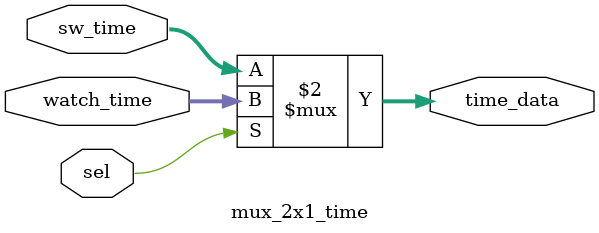
<source format=v>
`timescale 1ns / 1ps

module stopwatch (
    input        clk,
    input        rst,
    input        btn_L,
    input        btn_R,
    input        btn_U,
    input        btn_D,
    input        cmd_runstop,
    input        cmd_clear,
    input        cmd_secup,
    input        cmd_minup,
    input        cmd_hourup,
    input        cmd_digit_mode,
    input        cmd_mode0_trigger,
    input        cmd_watch_mode,
    input        cmd_mode1_trigger,
    input  [1:0] mode,
    output [3:0] fnd_com,
    output [7:0] fnd_data
);
    wire [6:0] w_msec;
    wire [5:0] w_sec;
    wire [5:0] w_min;
    wire [4:0] w_hour;

    wire [6:0] w_watch_msec;
    wire [5:0] w_watch_sec;
    wire [5:0] w_watch_min;
    wire [4:0] w_watch_hour;

    wire w_runstop, w_clear;
    wire w_secup, w_minup, w_hourup;
    wire w_increase;
    wire w_btn_L, w_btn_R, w_btn_U, w_btn_D;
    wire [23:0] w_time_data;
    wire w_cmd_mode0_trigger, w_cmd_mode1_trigger;
    wire digit_mode, watch_mode;
    

    assign w_cmd_mode0_trigger = cmd_mode0_trigger;
    assign digit_mode = w_cmd_mode0_trigger ? cmd_digit_mode :mode[0];

    assign w_cmd_mode1_trigger = cmd_mode1_trigger;
    assign watch_mode = w_cmd_mode1_trigger ? cmd_watch_mode: mode[1];

    

    button_debounce U_BD_R_RUNSTOP(
        .clk(clk),
        .rst(rst),
        .i_btn(btn_R),
        .o_btn(w_btn_R)
    );

    button_debounce U_BD_L_CLEAR_MINUP(
        .clk(clk),
        .rst(rst),
        .i_btn(btn_L),
        .o_btn(w_btn_L)
    );

    button_debounce U_BD_U_SECUP(
        .clk(clk),
        .rst(rst),
        .i_btn(btn_U),
        .o_btn(w_btn_U)
    );

    button_debounce U_BD_D_HOURUP(
        .clk(clk),
        .rst(rst),
        .i_btn(btn_D),
        .o_btn(w_btn_D)
    );

    stopwatch_dp U_SW_DP (
        .clk (clk),
        .rst (rst),
        .i_runstop(w_runstop & ~mode[1]),
        .i_clear(w_clear),
        .i_secup(1'b0),
        .i_minup(1'b0),
        .i_hourup(1'b0),
        .watch_mode(1'b0),
        .msec(w_msec),
        .sec (w_sec),
        .min (w_min),
        .hour (w_hour)
    );

    stopwatch_cu U_SW_CU (
        .clk(clk),
        .rst(rst),
        .i_runstop(w_btn_R | cmd_runstop),
        .i_clear(w_btn_L | cmd_clear),
        .mode(mode[1]),
        .o_runstop(w_runstop),
        .o_clear(w_clear)
    );


    stopwatch_dp U_WATCH_DP (
        .clk (clk),
        .rst (rst),
        .i_runstop(1'b1),
        .i_clear(1'b0),
        .i_secup(w_secup),
        .i_minup(w_minup),
        .i_hourup(w_hourup),
        .watch_mode(1'b1),
        .msec(w_watch_msec),
        .sec (w_watch_sec),
        .min (w_watch_min),
        .hour (w_watch_hour)
    );

    watch_cu U_WATCH_CU(
        .clk(clk),
        .rst(rst),
        .i_secup(w_btn_U | cmd_secup),     // btn_U
        .i_minup(w_btn_L | cmd_minup),     // btn_L
        .i_hourup(w_btn_D | cmd_hourup),    // btn_D
        .mode(mode[1]),
        .o_secup(w_secup),  
        .o_minup(w_minup),    
        .o_hourup(w_hourup)    
);


    mux_2x1_time U_SW_W_MODE(
        .sel(watch_mode),
        .sw_time({w_hour, w_min, w_sec, w_msec}),
        .watch_time({w_watch_hour, w_watch_min, w_watch_sec, w_watch_msec}),
        .time_data(w_time_data)
    );

    fnd_controller U_FND_CTRL (
        .clk(clk),
        .reset(rst),
        .i_time(w_time_data),
        .fnd_com(fnd_com),
        .fnd_data(fnd_data),
        .mode(digit_mode)
    );
endmodule

module mux_2x1_time (
    input   sel,
    input  [23:0] sw_time,
    input  [23:0] watch_time,
    output [23:0] time_data

);
    assign time_data = (sel==0) ? sw_time : watch_time;
    
endmodule


</source>
